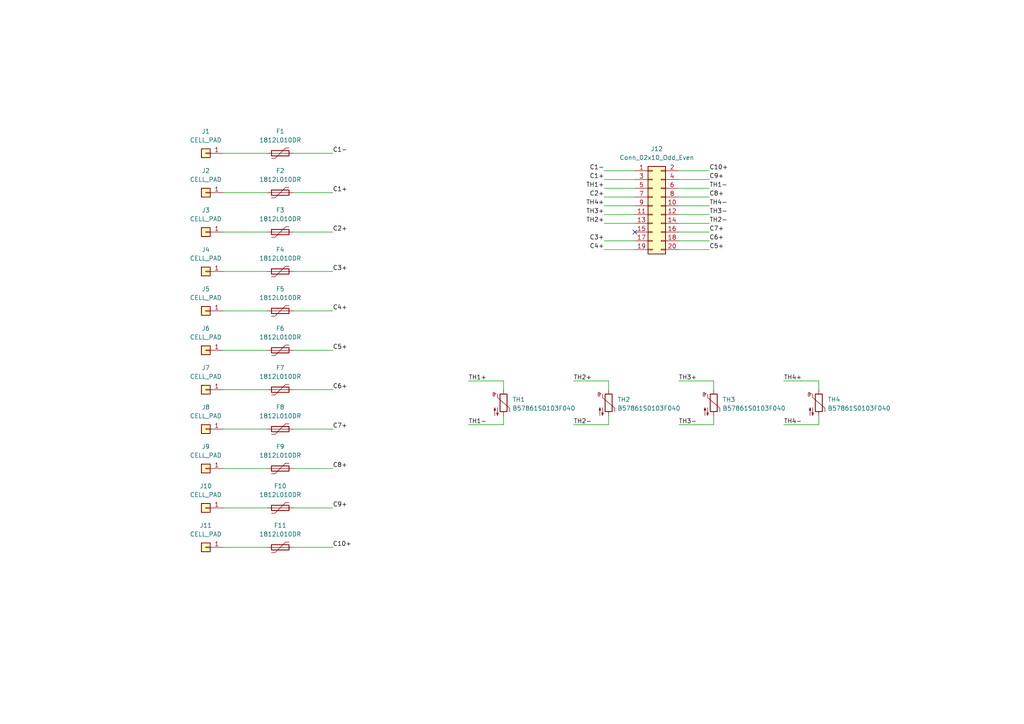
<source format=kicad_sch>
(kicad_sch (version 20230121) (generator eeschema)
  (paper "A4")
  (title_block (title "Accumulator Management System Measurement Board") (date "2023-08-12") (rev "${REVISION}") (company "Author: Bartłomiej Dymaczewski") (comment 1 "Reviewer:"))
  (lib_symbols
    (symbol "Connector_Generic:Conn_01x01" (pin_names (offset 1.016) hide)
      (property "Reference" "J" (at 0 2.54 0))
      (property "Value" "Conn_01x01" (at 0 -2.54 0))
      (symbol "Conn_01x01_1_1"
        (rectangle (start -1.27 0.127) (end 0 -0.127) (stroke (width 0.1524)))
        (rectangle (start -1.27 1.27) (end 1.27 -1.27) (stroke (width 0.254)) (fill (type background)))
        (pin passive line (at -5.08 0 0) (length 3.81) (name "Pin_1") (number "1"))
      )
    )
    (symbol "Connector_Generic:Conn_02x10_Odd_Even" (pin_names (offset 1.016) hide)
      (property "Reference" "J" (at 1.27 12.7 0))
      (property "Value" "Conn_02x10_Odd_Even" (at 1.27 -15.24 0))
      (symbol "Conn_02x10_Odd_Even_1_1"
        (rectangle (start -1.27 -12.573) (end 0 -12.827) (stroke (width 0.1524)))
        (rectangle (start -1.27 -10.033) (end 0 -10.287) (stroke (width 0.1524)))
        (rectangle (start -1.27 -7.493) (end 0 -7.747) (stroke (width 0.1524)))
        (rectangle (start -1.27 -4.953) (end 0 -5.207) (stroke (width 0.1524)))
        (rectangle (start -1.27 -2.413) (end 0 -2.667) (stroke (width 0.1524)))
        (rectangle (start -1.27 0.127) (end 0 -0.127) (stroke (width 0.1524)))
        (rectangle (start -1.27 2.667) (end 0 2.413) (stroke (width 0.1524)))
        (rectangle (start -1.27 5.207) (end 0 4.953) (stroke (width 0.1524)))
        (rectangle (start -1.27 7.747) (end 0 7.493) (stroke (width 0.1524)))
        (rectangle (start -1.27 10.287) (end 0 10.033) (stroke (width 0.1524)))
        (rectangle (start -1.27 11.43) (end 3.81 -13.97) (stroke (width 0.254)) (fill (type background)))
        (rectangle (start 3.81 -12.573) (end 2.54 -12.827) (stroke (width 0.1524)))
        (rectangle (start 3.81 -10.033) (end 2.54 -10.287) (stroke (width 0.1524)))
        (rectangle (start 3.81 -7.493) (end 2.54 -7.747) (stroke (width 0.1524)))
        (rectangle (start 3.81 -4.953) (end 2.54 -5.207) (stroke (width 0.1524)))
        (rectangle (start 3.81 -2.413) (end 2.54 -2.667) (stroke (width 0.1524)))
        (rectangle (start 3.81 0.127) (end 2.54 -0.127) (stroke (width 0.1524)))
        (rectangle (start 3.81 2.667) (end 2.54 2.413) (stroke (width 0.1524)))
        (rectangle (start 3.81 5.207) (end 2.54 4.953) (stroke (width 0.1524)))
        (rectangle (start 3.81 7.747) (end 2.54 7.493) (stroke (width 0.1524)))
        (rectangle (start 3.81 10.287) (end 2.54 10.033) (stroke (width 0.1524)))
        (pin passive line (at -5.08 10.16 0) (length 3.81) (name "Pin_1") (number "1"))
        (pin passive line (at 7.62 0 180) (length 3.81) (name "Pin_10") (number "10"))
        (pin passive line (at -5.08 -2.54 0) (length 3.81) (name "Pin_11") (number "11"))
        (pin passive line (at 7.62 -2.54 180) (length 3.81) (name "Pin_12") (number "12"))
        (pin passive line (at -5.08 -5.08 0) (length 3.81) (name "Pin_13") (number "13"))
        (pin passive line (at 7.62 -5.08 180) (length 3.81) (name "Pin_14") (number "14"))
        (pin passive line (at -5.08 -7.62 0) (length 3.81) (name "Pin_15") (number "15"))
        (pin passive line (at 7.62 -7.62 180) (length 3.81) (name "Pin_16") (number "16"))
        (pin passive line (at -5.08 -10.16 0) (length 3.81) (name "Pin_17") (number "17"))
        (pin passive line (at 7.62 -10.16 180) (length 3.81) (name "Pin_18") (number "18"))
        (pin passive line (at -5.08 -12.7 0) (length 3.81) (name "Pin_19") (number "19"))
        (pin passive line (at 7.62 10.16 180) (length 3.81) (name "Pin_2") (number "2"))
        (pin passive line (at 7.62 -12.7 180) (length 3.81) (name "Pin_20") (number "20"))
        (pin passive line (at -5.08 7.62 0) (length 3.81) (name "Pin_3") (number "3"))
        (pin passive line (at 7.62 7.62 180) (length 3.81) (name "Pin_4") (number "4"))
        (pin passive line (at -5.08 5.08 0) (length 3.81) (name "Pin_5") (number "5"))
        (pin passive line (at 7.62 5.08 180) (length 3.81) (name "Pin_6") (number "6"))
        (pin passive line (at -5.08 2.54 0) (length 3.81) (name "Pin_7") (number "7"))
        (pin passive line (at 7.62 2.54 180) (length 3.81) (name "Pin_8") (number "8"))
        (pin passive line (at -5.08 0 0) (length 3.81) (name "Pin_9") (number "9"))
      )
    )
    (symbol "Device:Polyfuse" (pin_numbers hide) (pin_names (offset 0))
      (property "Reference" "F" (at -2.54 0 90))
      (property "Value" "Polyfuse" (at 2.54 0 90))
      (symbol "Polyfuse_0_1"
        (rectangle (start -0.762 2.54) (end 0.762 -2.54) (stroke (width 0.254)))
        (polyline (pts (xy 0 2.54) (xy 0 -2.54)))
        (polyline (pts (xy -1.524 2.54) (xy -1.524 1.524) (xy 1.524 -1.524) (xy 1.524 -2.54)))
      )
      (symbol "Polyfuse_1_1"
        (pin passive line (at 0 3.81 270) (length 1.27) (name "~") (number "1"))
        (pin passive line (at 0 -3.81 90) (length 1.27) (name "~") (number "2"))
      )
    )
    (symbol "Device:Thermistor_NTC" (pin_numbers hide) (pin_names (offset 0))
      (property "Reference" "TH" (at -4.445 0 90))
      (property "Value" "Thermistor_NTC" (at 3.175 0 90))
      (symbol "Thermistor_NTC_0_1"
        (arc (start -3.048 2.159) (mid -3.0495 2.3143) (end -3.175 2.413))
        (arc (start -3.048 2.159) (mid -2.9736 1.9794) (end -2.794 1.905))
        (arc (start -3.048 2.794) (mid -2.9736 2.6144) (end -2.794 2.54))
        (arc (start -2.794 1.905) (mid -2.6144 1.9794) (end -2.54 2.159))
        (arc (start -2.794 2.54) (mid -2.4393 2.5587) (end -2.159 2.794))
        (arc (start -2.794 3.048) (mid -2.9736 2.9736) (end -3.048 2.794))
        (arc (start -2.54 2.794) (mid -2.6144 2.9736) (end -2.794 3.048))
        (rectangle (start -1.016 2.54) (end 1.016 -2.54) (stroke (width 0.254)))
        (polyline (pts (xy -2.54 2.159) (xy -2.54 2.794)))
        (polyline (pts (xy -1.778 2.54) (xy -1.778 1.524) (xy 1.778 -1.524) (xy 1.778 -2.54)))
        (polyline (pts (xy -2.54 -3.683) (xy -2.54 -1.397) (xy -2.794 -2.159) (xy -2.286 -2.159) (xy -2.54 -1.397) (xy -2.54 -1.651)) (fill (type outline)))
        (polyline (pts (xy -1.778 -1.397) (xy -1.778 -3.683) (xy -2.032 -2.921) (xy -1.524 -2.921) (xy -1.778 -3.683) (xy -1.778 -3.429)) (fill (type outline)))
      )
      (symbol "Thermistor_NTC_1_1"
        (pin passive line (at 0 3.81 270) (length 1.27) (name "~") (number "1"))
        (pin passive line (at 0 -3.81 90) (length 1.27) (name "~") (number "2"))
      )
    )
  )
  (no_connect (at 184.15 67.31))
  (wire (pts (xy 64.77 101.6) (xy 77.47 101.6)))
  (wire (pts (xy 175.26 59.69) (xy 184.15 59.69)))
  (wire (pts (xy 135.89 110.49) (xy 146.05 110.49)))
  (wire (pts (xy 85.09 44.45) (xy 96.52 44.45)))
  (wire (pts (xy 146.05 123.19) (xy 135.89 123.19)))
  (wire (pts (xy 64.77 90.17) (xy 77.47 90.17)))
  (wire (pts (xy 196.85 59.69) (xy 205.74 59.69)))
  (wire (pts (xy 176.53 123.19) (xy 166.37 123.19)))
  (wire (pts (xy 85.09 90.17) (xy 96.52 90.17)))
  (wire (pts (xy 85.09 135.89) (xy 96.52 135.89)))
  (wire (pts (xy 237.49 123.19) (xy 227.33 123.19)))
  (wire (pts (xy 64.77 78.74) (xy 77.47 78.74)))
  (wire (pts (xy 196.85 67.31) (xy 205.74 67.31)))
  (wire (pts (xy 175.26 69.85) (xy 184.15 69.85)))
  (wire (pts (xy 146.05 110.49) (xy 146.05 113.03)))
  (wire (pts (xy 85.09 124.46) (xy 96.52 124.46)))
  (wire (pts (xy 175.26 62.23) (xy 184.15 62.23)))
  (wire (pts (xy 85.09 158.75) (xy 96.52 158.75)))
  (wire (pts (xy 175.26 49.53) (xy 184.15 49.53)))
  (wire (pts (xy 175.26 54.61) (xy 184.15 54.61)))
  (wire (pts (xy 237.49 120.65) (xy 237.49 123.19)))
  (wire (pts (xy 196.85 62.23) (xy 205.74 62.23)))
  (wire (pts (xy 85.09 147.32) (xy 96.52 147.32)))
  (wire (pts (xy 175.26 52.07) (xy 184.15 52.07)))
  (wire (pts (xy 237.49 110.49) (xy 237.49 113.03)))
  (wire (pts (xy 207.01 120.65) (xy 207.01 123.19)))
  (wire (pts (xy 207.01 123.19) (xy 196.85 123.19)))
  (wire (pts (xy 175.26 72.39) (xy 184.15 72.39)))
  (wire (pts (xy 196.85 64.77) (xy 205.74 64.77)))
  (wire (pts (xy 64.77 44.45) (xy 77.47 44.45)))
  (wire (pts (xy 176.53 110.49) (xy 176.53 113.03)))
  (wire (pts (xy 64.77 67.31) (xy 77.47 67.31)))
  (wire (pts (xy 85.09 101.6) (xy 96.52 101.6)))
  (wire (pts (xy 85.09 78.74) (xy 96.52 78.74)))
  (wire (pts (xy 166.37 110.49) (xy 176.53 110.49)))
  (wire (pts (xy 196.85 72.39) (xy 205.74 72.39)))
  (wire (pts (xy 64.77 124.46) (xy 77.47 124.46)))
  (wire (pts (xy 196.85 110.49) (xy 207.01 110.49)))
  (wire (pts (xy 175.26 57.15) (xy 184.15 57.15)))
  (wire (pts (xy 146.05 120.65) (xy 146.05 123.19)))
  (wire (pts (xy 196.85 49.53) (xy 205.74 49.53)))
  (wire (pts (xy 64.77 158.75) (xy 77.47 158.75)))
  (wire (pts (xy 64.77 135.89) (xy 77.47 135.89)))
  (wire (pts (xy 176.53 120.65) (xy 176.53 123.19)))
  (wire (pts (xy 64.77 55.88) (xy 77.47 55.88)))
  (wire (pts (xy 64.77 147.32) (xy 77.47 147.32)))
  (wire (pts (xy 175.26 64.77) (xy 184.15 64.77)))
  (wire (pts (xy 64.77 113.03) (xy 77.47 113.03)))
  (wire (pts (xy 85.09 67.31) (xy 96.52 67.31)))
  (wire (pts (xy 85.09 113.03) (xy 96.52 113.03)))
  (wire (pts (xy 85.09 55.88) (xy 96.52 55.88)))
  (wire (pts (xy 196.85 52.07) (xy 205.74 52.07)))
  (wire (pts (xy 196.85 57.15) (xy 205.74 57.15)))
  (wire (pts (xy 196.85 54.61) (xy 205.74 54.61)))
  (wire (pts (xy 227.33 110.49) (xy 237.49 110.49)))
  (wire (pts (xy 196.85 69.85) (xy 205.74 69.85)))
  (wire (pts (xy 207.01 110.49) (xy 207.01 113.03)))
  (label "C2+" (at 175.26 57.15 180))
  (label "C2+" (at 96.52 67.31 0))
  (label "C8+" (at 96.52 135.89 0))
  (label "C7+" (at 96.52 124.46 0))
  (label "C9+" (at 205.74 52.07 0))
  (label "TH3-" (at 205.74 62.23 0))
  (label "TH4-" (at 227.33 123.19 0))
  (label "C8+" (at 205.74 57.15 0))
  (label "TH4+" (at 175.26 59.69 180))
  (label "C1+" (at 175.26 52.07 180))
  (label "TH4+" (at 227.33 110.49 0))
  (label "C1-" (at 96.52 44.45 0))
  (label "TH2+" (at 166.37 110.49 0))
  (label "C4+" (at 96.52 90.17 0))
  (label "TH1+" (at 175.26 54.61 180))
  (label "C5+" (at 96.52 101.6 0))
  (label "C4+" (at 175.26 72.39 180))
  (label "TH1+" (at 135.89 110.49 0))
  (label "C9+" (at 96.52 147.32 0))
  (label "TH3+" (at 175.26 62.23 180))
  (label "C5+" (at 205.74 72.39 0))
  (label "TH2-" (at 166.37 123.19 0))
  (label "C10+" (at 96.52 158.75 0))
  (label "C1-" (at 175.26 49.53 180))
  (label "TH1-" (at 205.74 54.61 0))
  (label "TH4-" (at 205.74 59.69 0))
  (label "C3+" (at 175.26 69.85 180))
  (label "TH3-" (at 196.85 123.19 0))
  (label "C6+" (at 205.74 69.85 0))
  (label "TH3+" (at 196.85 110.49 0))
  (label "C3+" (at 96.52 78.74 0))
  (label "C6+" (at 96.52 113.03 0))
  (label "TH2+" (at 175.26 64.77 180))
  (label "TH2-" (at 205.74 64.77 0))
  (label "TH1-" (at 135.89 123.19 0))
  (label "C7+" (at 205.74 67.31 0))
  (label "C10+" (at 205.74 49.53 0))
  (label "C1+" (at 96.52 55.88 0))
  (symbol (lib_id "Connector_Generic:Conn_02x10_Odd_Even") (at 189.23 59.69 0) (unit 1)
    (property "Reference" "J12" (at 190.5 43.18 0))
    (property "Value" "Conn_02x10_Odd_Even" (at 190.5 45.72 0))
    (property "Footprint" "Connector_IDC:IDC-Header_2x10_P2.54mm_Vertical" (effects hide))
  )
  (symbol (lib_id "Connector_Generic:Conn_01x01") (at 59.69 55.88 180) (unit 1)
    (property "Reference" "J2" (at 59.69 49.53 0))
    (property "Value" "CELL_PAD" (at 59.69 52.07 0))
    (property "Footprint" "Cell Pad:CELL_PAD" (effects hide))
  )
  (symbol (lib_id "Connector_Generic:Conn_01x01") (at 59.69 78.74 180) (unit 1)
    (property "Reference" "J4" (at 59.69 72.39 0))
    (property "Value" "CELL_PAD" (at 59.69 74.93 0))
    (property "Footprint" "Cell Pad:CELL_PAD" (effects hide))
  )
  (symbol (lib_id "Device:Polyfuse") (at 81.28 67.31 90) (unit 1)
    (property "Reference" "F3" (at 81.28 60.96 90))
    (property "Value" "1812L010DR" (at 81.28 63.5 90))
    (property "Footprint" "Fuse:1812L010DR" (effects hide))
  )
  (symbol (lib_id "Device:Polyfuse") (at 81.28 113.03 90) (unit 1)
    (property "Reference" "F7" (at 81.28 106.68 90))
    (property "Value" "1812L010DR" (at 81.28 109.22 90))
    (property "Footprint" "Fuse:1812L010DR" (effects hide))
  )
  (symbol (lib_id "Device:Polyfuse") (at 81.28 78.74 90) (unit 1)
    (property "Reference" "F4" (at 81.28 72.39 90))
    (property "Value" "1812L010DR" (at 81.28 74.93 90))
    (property "Footprint" "Fuse:1812L010DR" (effects hide))
  )
  (symbol (lib_id "Connector_Generic:Conn_01x01") (at 59.69 67.31 180) (unit 1)
    (property "Reference" "J3" (at 59.69 60.96 0))
    (property "Value" "CELL_PAD" (at 59.69 63.5 0))
    (property "Footprint" "Cell Pad:CELL_PAD" (effects hide))
  )
  (symbol (lib_id "Device:Polyfuse") (at 81.28 135.89 90) (unit 1)
    (property "Reference" "F9" (at 81.28 129.54 90))
    (property "Value" "1812L010DR" (at 81.28 132.08 90))
    (property "Footprint" "Fuse:1812L010DR" (effects hide))
  )
  (symbol (lib_id "Device:Polyfuse") (at 81.28 55.88 90) (unit 1)
    (property "Reference" "F2" (at 81.28 49.53 90))
    (property "Value" "1812L010DR" (at 81.28 52.07 90))
    (property "Footprint" "Fuse:1812L010DR" (effects hide))
  )
  (symbol (lib_id "Connector_Generic:Conn_01x01") (at 59.69 101.6 180) (unit 1)
    (property "Reference" "J6" (at 59.69 95.25 0))
    (property "Value" "CELL_PAD" (at 59.69 97.79 0))
    (property "Footprint" "Cell Pad:CELL_PAD" (effects hide))
  )
  (symbol (lib_id "Device:Thermistor_NTC") (at 176.53 116.84 0) (unit 1)
    (property "Reference" "TH2" (at 179.07 115.8875 0) (effects (justify left)))
    (property "Value" "B57861S0103F040" (at 179.07 118.4275 0) (effects (justify left)))
    (property "Footprint" "Connector_PinHeader_1.27mm:PinHeader_1x02_P1.27mm_Vertical" (effects hide))
  )
  (symbol (lib_id "Connector_Generic:Conn_01x01") (at 59.69 90.17 180) (unit 1)
    (property "Reference" "J5" (at 59.69 83.82 0))
    (property "Value" "CELL_PAD" (at 59.69 86.36 0))
    (property "Footprint" "Cell Pad:CELL_PAD" (effects hide))
  )
  (symbol (lib_id "Device:Polyfuse") (at 81.28 44.45 90) (unit 1)
    (property "Reference" "F1" (at 81.28 38.1 90))
    (property "Value" "1812L010DR" (at 81.28 40.64 90))
    (property "Footprint" "Fuse:1812L010DR" (effects hide))
  )
  (symbol (lib_id "Device:Thermistor_NTC") (at 146.05 116.84 0) (unit 1)
    (property "Reference" "TH1" (at 148.59 115.8875 0) (effects (justify left)))
    (property "Value" "B57861S0103F040" (at 148.59 118.4275 0) (effects (justify left)))
    (property "Footprint" "Connector_PinHeader_1.27mm:PinHeader_1x02_P1.27mm_Vertical" (effects hide))
  )
  (symbol (lib_id "Connector_Generic:Conn_01x01") (at 59.69 44.45 180) (unit 1)
    (property "Reference" "J1" (at 59.69 38.1 0))
    (property "Value" "CELL_PAD" (at 59.69 40.64 0))
    (property "Footprint" "Cell Pad:CELL_PAD" (effects hide))
  )
  (symbol (lib_id "Device:Polyfuse") (at 81.28 90.17 90) (unit 1)
    (property "Reference" "F5" (at 81.28 83.82 90))
    (property "Value" "1812L010DR" (at 81.28 86.36 90))
    (property "Footprint" "Fuse:1812L010DR" (effects hide))
  )
  (symbol (lib_id "Device:Polyfuse") (at 81.28 147.32 90) (unit 1)
    (property "Reference" "F10" (at 81.28 140.97 90))
    (property "Value" "1812L010DR" (at 81.28 143.51 90))
    (property "Footprint" "Fuse:1812L010DR" (effects hide))
  )
  (symbol (lib_id "Connector_Generic:Conn_01x01") (at 59.69 124.46 180) (unit 1)
    (property "Reference" "J8" (at 59.69 118.11 0))
    (property "Value" "CELL_PAD" (at 59.69 120.65 0))
    (property "Footprint" "Cell Pad:CELL_PAD" (effects hide))
  )
  (symbol (lib_id "Connector_Generic:Conn_01x01") (at 59.69 135.89 180) (unit 1)
    (property "Reference" "J9" (at 59.69 129.54 0))
    (property "Value" "CELL_PAD" (at 59.69 132.08 0))
    (property "Footprint" "Cell Pad:CELL_PAD" (effects hide))
  )
  (symbol (lib_id "Device:Thermistor_NTC") (at 237.49 116.84 0) (unit 1)
    (property "Reference" "TH4" (at 240.03 115.8875 0) (effects (justify left)))
    (property "Value" "B57861S0103F040" (at 240.03 118.4275 0) (effects (justify left)))
    (property "Footprint" "Connector_PinHeader_1.27mm:PinHeader_1x02_P1.27mm_Vertical" (effects hide))
  )
  (symbol (lib_id "Device:Polyfuse") (at 81.28 158.75 90) (unit 1)
    (property "Reference" "F11" (at 81.28 152.4 90))
    (property "Value" "1812L010DR" (at 81.28 154.94 90))
    (property "Footprint" "Fuse:1812L010DR" (effects hide))
  )
  (symbol (lib_id "Device:Polyfuse") (at 81.28 124.46 90) (unit 1)
    (property "Reference" "F8" (at 81.28 118.11 90))
    (property "Value" "1812L010DR" (at 81.28 120.65 90))
    (property "Footprint" "Fuse:1812L010DR" (effects hide))
  )
  (symbol (lib_id "Device:Thermistor_NTC") (at 207.01 116.84 0) (unit 1)
    (property "Reference" "TH3" (at 209.55 115.8875 0) (effects (justify left)))
    (property "Value" "B57861S0103F040" (at 209.55 118.4275 0) (effects (justify left)))
    (property "Footprint" "Connector_PinHeader_1.27mm:PinHeader_1x02_P1.27mm_Vertical" (effects hide))
  )
  (symbol (lib_id "Device:Polyfuse") (at 81.28 101.6 90) (unit 1)
    (property "Reference" "F6" (at 81.28 95.25 90))
    (property "Value" "1812L010DR" (at 81.28 97.79 90))
    (property "Footprint" "Fuse:1812L010DR" (effects hide))
  )
  (symbol (lib_id "Connector_Generic:Conn_01x01") (at 59.69 158.75 180) (unit 1)
    (property "Reference" "J11" (at 59.69 152.4 0))
    (property "Value" "CELL_PAD" (at 59.69 154.94 0))
    (property "Footprint" "Cell Pad:CELL_PAD" (effects hide))
  )
  (symbol (lib_id "Connector_Generic:Conn_01x01") (at 59.69 113.03 180) (unit 1)
    (property "Reference" "J7" (at 59.69 106.68 0))
    (property "Value" "CELL_PAD" (at 59.69 109.22 0))
    (property "Footprint" "Cell Pad:CELL_PAD" (effects hide))
  )
  (symbol (lib_id "Connector_Generic:Conn_01x01") (at 59.69 147.32 180) (unit 1)
    (property "Reference" "J10" (at 59.69 140.97 0))
    (property "Value" "CELL_PAD" (at 59.69 143.51 0))
    (property "Footprint" "Cell Pad:CELL_PAD" (effects hide))
  )
)
</source>
